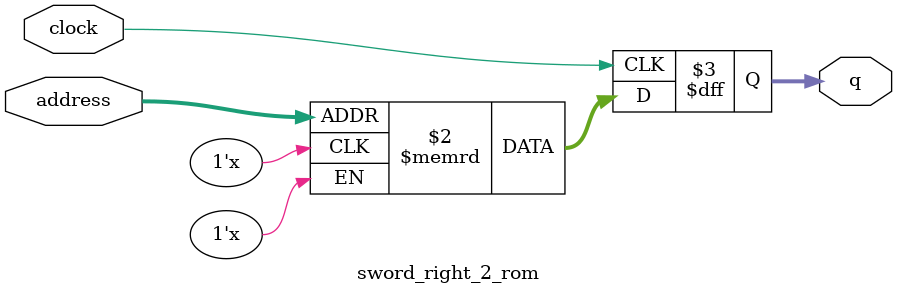
<source format=sv>
module sword_right_2_rom (
	input logic clock,
	input logic [9:0] address,
	output logic [2:0] q
);

logic [2:0] memory [0:1023] /* synthesis ram_init_file = "./sword_right_2/sword_right_2.mif" */;

always_ff @ (posedge clock) begin
	q <= memory[address];
end

endmodule

</source>
